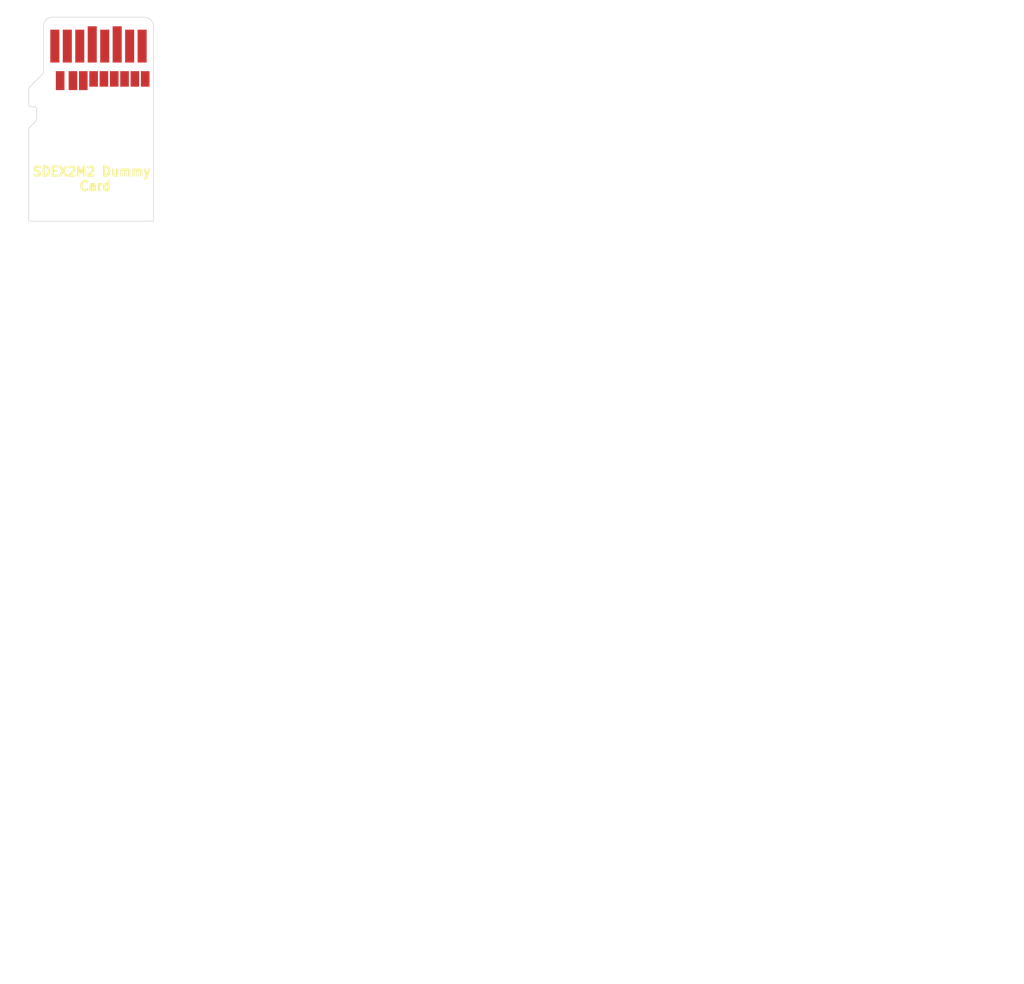
<source format=kicad_pcb>
(kicad_pcb (version 20241229) (generator "pcbnew") (generator_version "9.0")
  (layers (0 "F.Cu" signal) (4 "In1.Cu" signal "In1.GND.Cu") (6 "In2.Cu" signal "In2.VCC.Cu") (8 "In3.Cu" signal "In3.VCC.Cu") (10 "In4.Cu" signal "In4.GND.Cu") (2 "B.Cu" signal) (13 "F.Paste" user) (15 "B.Paste" user) (5 "F.SilkS" user "F.Silkscreen") (7 "B.SilkS" user "B.Silkscreen") (1 "F.Mask" user) (3 "B.Mask" user) (25 "Edge.Cuts" user))
  (net 0 "")
  (net 1 "PCIe_TX+")
  (net 2 "PCIe_TX-")
  (net 4 "DATx{slash}REFCLK+")
  (net 5 "+3V3")
  (net 6 "~{PERST}{slash}DAT3{slash}CD")
  (net 7 "~{CLKREQ}{slash}DAT2")
  (net 8 "CMD")
  (net 9 "PCIe_RX+")
  (net 10 "GND")
  (net 11 "CLK")
  (net 12 "+1V8")
  (net 13 "PCIe_RX-")
  (net 14 "DATx{slash}REFCLK-")
  (footprint "m1cha:usdex-male-open_bottom" (layer "F.Cu") (at 137.56 109.02)
    (property "Reference" "J1" (hide yes))
    (property "Value" "SDEX2M2 Dummy Card")
    (fp_line (start -6.15 6.395685) (end -6.15 7.8) (stroke (width 0.05)) (layer "Edge.Cuts"))
    (fp_line (start -6.15 9.8) (end -6.149999 15) (stroke (width 0.05)) (layer "Edge.Cuts"))
    (fp_line (start -6.05 7.9) (end -5.65 7.9) (stroke (width 0.05)) (layer "Edge.Cuts"))
    (fp_line (start -5.567158 9.217158) (end -6.15 9.8) (stroke (width 0.05)) (layer "Edge.Cuts"))
    (fp_line (start -5.45 8.1) (end -5.45 8.934315) (stroke (width 0.05)) (layer "Edge.Cuts"))
    (fp_line (start -4.967158 5.047158) (end -6.032843 6.112843) (stroke (width 0.05)) (layer "Edge.Cuts"))
    (fp_line (start -4.85 4.764315) (end -4.85 0.8) (stroke (width 0.05)) (layer "Edge.Cuts"))
    (fp_line (start -4.05 0) (end 4.05 0) (stroke (width 0.05)) (layer "Edge.Cuts"))
    (fp_line (start 4.85 0.8) (end 4.85 15) (stroke (width 0.05)) (layer "Edge.Cuts"))
    (fp_arc (start -6.15 6.395685) (mid -6.119552 6.242612) (end -6.032843 6.112843) (stroke (width 0.05)) (layer "Edge.Cuts"))
    (fp_arc (start -6.05 7.9) (mid -6.120711 7.870711) (end -6.15 7.8) (stroke (width 0.05)) (layer "Edge.Cuts"))
    (fp_arc (start -5.65 7.9) (mid -5.508579 7.958579) (end -5.45 8.1) (stroke (width 0.05)) (layer "Edge.Cuts"))
    (fp_arc (start -5.45 8.934315) (mid -5.480448 9.087389) (end -5.567158 9.217158) (stroke (width 0.05)) (layer "Edge.Cuts"))
    (fp_arc (start -4.85 0.8) (mid -4.615685 0.234315) (end -4.05 0) (stroke (width 0.05)) (layer "Edge.Cuts"))
    (fp_arc (start -4.85 4.764315) (mid -4.880448 4.917389) (end -4.967158 5.047158) (stroke (width 0.05)) (layer "Edge.Cuts"))
    (fp_arc (start 4.05 0) (mid 4.615685 0.234315) (end 4.85 0.8) (stroke (width 0.05)) (layer "Edge.Cuts"))
    (pad "1" smd rect (at -3.85 2.55) (size 0.8 2.9) (layers "F.Cu" "F.Mask" "F.Paste") (net 7 "~{CLKREQ}{slash}DAT2"))
    (pad "2" smd rect (at -2.75 2.55) (size 0.8 2.9) (layers "F.Cu" "F.Mask" "F.Paste") (net 6 "~{PERST}{slash}DAT3{slash}CD"))
    (pad "3" smd rect (at -1.65 2.55) (size 0.8 2.9) (layers "F.Cu" "F.Mask" "F.Paste") (net 8 "CMD"))
    (pad "4" smd rect (at -0.55 2.4) (size 0.8 3.2) (layers "F.Cu" "F.Mask" "F.Paste") (net 5 "+3V3"))
    (pad "5" smd rect (at 0.55 2.55) (size 0.8 2.9) (layers "F.Cu" "F.Mask" "F.Paste") (net 11 "CLK"))
    (pad "6" smd rect (at 1.65 2.4) (size 0.8 3.2) (layers "F.Cu" "F.Mask" "F.Paste") (net 10 "GND"))
    (pad "7" smd rect (at 2.75 2.55) (size 0.8 2.9) (layers "F.Cu" "F.Mask" "F.Paste") (net 4 "DATx{slash}REFCLK+"))
    (pad "8" smd rect (at 3.85 2.55) (size 0.8 2.9) (layers "F.Cu" "F.Mask" "F.Paste") (net 14 "DATx{slash}REFCLK-"))
    (pad "9" smd rect (at -3.38 5.595) (size 0.76 1.67) (layers "F.Cu" "F.Mask" "F.Paste") (net 12 "+1V8"))
    (pad "10" smd rect (at -1.34 5.595) (size 0.76 1.67) (layers "F.Cu" "F.Mask" "F.Paste") (net 10 "GND"))
    (pad "11" smd rect (at -0.43 5.445) (size 0.76 1.37) (layers "F.Cu" "F.Mask" "F.Paste") (net 1 "PCIe_TX+"))
    (pad "12" smd rect (at 0.48 5.445) (size 0.76 1.37) (layers "F.Cu" "F.Mask" "F.Paste") (net 2 "PCIe_TX-"))
    (pad "13" smd rect (at 1.39 5.445) (size 0.76 1.37) (layers "F.Cu" "F.Mask" "F.Paste") (net 10 "GND"))
    (pad "14" smd rect (at 2.3 5.445) (size 0.76 1.37) (layers "F.Cu" "F.Mask" "F.Paste") (net 13 "PCIe_RX-"))
    (pad "15" smd rect (at 3.21 5.445) (size 0.76 1.37) (layers "F.Cu" "F.Mask" "F.Paste") (net 9 "PCIe_RX+"))
    (pad "16" smd rect (at 4.12 5.445) (size 0.76 1.37) (layers "F.Cu" "F.Mask" "F.Paste") (net 10 "GND"))
    (pad "17" smd rect (at -2.25 5.595) (size 0.76 1.67) (layers "F.Cu" "F.Mask" "F.Paste"))
  )
  (gr_line (start 142.41 127.02) (end 142.41 124.02) (stroke (width 0.05)) (layer "Edge.Cuts"))
  (gr_line (start 131.41 127.02) (end 142.41 127.02) (stroke (width 0.05)) (layer "Edge.Cuts"))
  (gr_line (start 131.41 124.02) (end 131.41 127.02) (stroke (width 0.05)) (layer "Edge.Cuts"))
  (gr_text "SDEX2M2 Dummy \nCard" (at 137.26 124.39 0) (layer "F.SilkS") (effects (font (size 0.8 0.8) (thickness 0.2) (bold yes)) (justify bottom)))
)
</source>
